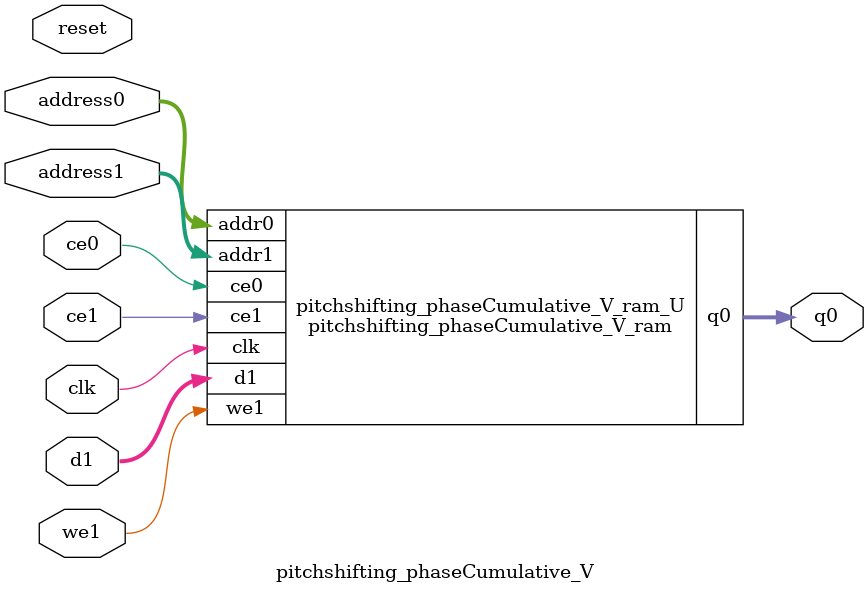
<source format=v>

`timescale 1 ns / 1 ps
module pitchshifting_phaseCumulative_V_ram (addr0, ce0, q0, addr1, ce1, d1, we1,  clk);

parameter DWIDTH = 32;
parameter AWIDTH = 10;
parameter MEM_SIZE = 1024;

input[AWIDTH-1:0] addr0;
input ce0;
output reg[DWIDTH-1:0] q0;
input[AWIDTH-1:0] addr1;
input ce1;
input[DWIDTH-1:0] d1;
input we1;
input clk;

(* ram_style = "block" *)reg [DWIDTH-1:0] ram[MEM_SIZE-1:0];




always @(posedge clk)  
begin 
    if (ce0) 
    begin
            q0 <= ram[addr0];
    end
end


always @(posedge clk)  
begin 
    if (ce1) 
    begin
        if (we1) 
        begin 
            ram[addr1] <= d1; 
        end 
    end
end


endmodule


`timescale 1 ns / 1 ps
module pitchshifting_phaseCumulative_V(
    reset,
    clk,
    address0,
    ce0,
    q0,
    address1,
    ce1,
    we1,
    d1);

parameter DataWidth = 32'd32;
parameter AddressRange = 32'd1024;
parameter AddressWidth = 32'd10;
input reset;
input clk;
input[AddressWidth - 1:0] address0;
input ce0;
output[DataWidth - 1:0] q0;
input[AddressWidth - 1:0] address1;
input ce1;
input we1;
input[DataWidth - 1:0] d1;




pitchshifting_phaseCumulative_V_ram pitchshifting_phaseCumulative_V_ram_U(
    .clk( clk ),
    .addr0( address0 ),
    .ce0( ce0 ),
    .q0( q0 ),
    .addr1( address1 ),
    .ce1( ce1 ),
    .d1( d1 ),
    .we1( we1 ));

endmodule


</source>
